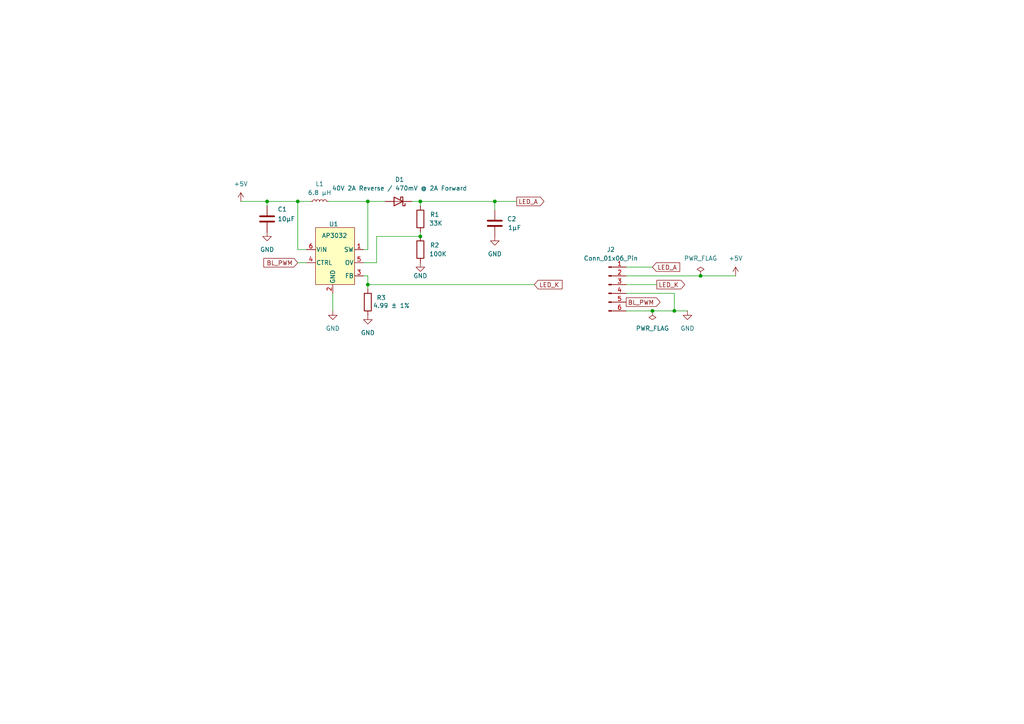
<source format=kicad_sch>
(kicad_sch (version 20250114) (generator "eeschema") (generator_version "9.0")
  (paper "A4")
  (title_block (title "Backlight Driver Circuit") (date "2025-11-12") (rev "1.0") (comment 1 "Jesse Osteen"))
  (lib_symbols
    (symbol "Connector:Conn_01x06_Pin" (pin_names (offset 1.016) (hide yes))
      (property "Reference" "J" (at 0 7.62 0))
      (property "Value" "Conn_01x06_Pin" (at 0 -10.16 0))
      (symbol "Conn_01x06_Pin_1_1"
        (rectangle (start 0.8636 5.207) (end 0 4.953) (stroke (width 0.1524)) (fill (type outline)))
        (rectangle (start 0.8636 2.667) (end 0 2.413) (stroke (width 0.1524)) (fill (type outline)))
        (rectangle (start 0.8636 0.127) (end 0 -0.127) (stroke (width 0.1524)) (fill (type outline)))
        (rectangle (start 0.8636 -2.413) (end 0 -2.667) (stroke (width 0.1524)) (fill (type outline)))
        (rectangle (start 0.8636 -4.953) (end 0 -5.207) (stroke (width 0.1524)) (fill (type outline)))
        (rectangle (start 0.8636 -7.493) (end 0 -7.747) (stroke (width 0.1524)) (fill (type outline)))
        (polyline (pts (xy 1.27 5.08) (xy 0.8636 5.08)) (stroke (width 0.1524)))
        (polyline (pts (xy 1.27 2.54) (xy 0.8636 2.54)) (stroke (width 0.1524)))
        (polyline (pts (xy 1.27 0) (xy 0.8636 0)) (stroke (width 0.1524)))
        (polyline (pts (xy 1.27 -2.54) (xy 0.8636 -2.54)) (stroke (width 0.1524)))
        (polyline (pts (xy 1.27 -5.08) (xy 0.8636 -5.08)) (stroke (width 0.1524)))
        (polyline (pts (xy 1.27 -7.62) (xy 0.8636 -7.62)) (stroke (width 0.1524)))
        (pin passive line (at 5.08 5.08 180) (length 3.81) (name "Pin_1") (number "1"))
        (pin passive line (at 5.08 2.54 180) (length 3.81) (name "Pin_2") (number "2"))
        (pin passive line (at 5.08 0 180) (length 3.81) (name "Pin_3") (number "3"))
        (pin passive line (at 5.08 -2.54 180) (length 3.81) (name "Pin_4") (number "4"))
        (pin passive line (at 5.08 -5.08 180) (length 3.81) (name "Pin_5") (number "5"))
        (pin passive line (at 5.08 -7.62 180) (length 3.81) (name "Pin_6") (number "6"))
      )
    )
    (symbol "Device:C" (pin_numbers (hide yes)) (pin_names (offset 0.254))
      (property "Reference" "C" (at 0.635 2.54 0))
      (property "Value" "C" (at 0.635 -2.54 0))
      (symbol "C_0_1"
        (polyline (pts (xy -2.032 0.762) (xy 2.032 0.762)) (stroke (width 0.508)))
        (polyline (pts (xy -2.032 -0.762) (xy 2.032 -0.762)) (stroke (width 0.508)))
      )
      (symbol "C_1_1"
        (pin passive line (at 0 3.81 270) (length 2.794) (name "~") (number "1"))
        (pin passive line (at 0 -3.81 90) (length 2.794) (name "~") (number "2"))
      )
    )
    (symbol "Device:D_Schottky" (pin_numbers (hide yes)) (pin_names (offset 1.016) (hide yes))
      (property "Reference" "D" (at 0 2.54 0))
      (property "Value" "D_Schottky" (at 0 -2.54 0))
      (symbol "D_Schottky_0_1"
        (polyline (pts (xy -1.905 0.635) (xy -1.905 1.27) (xy -1.27 1.27) (xy -1.27 -1.27) (xy -0.635 -1.27) (xy -0.635 -0.635)) (stroke (width 0.254)))
        (polyline (pts (xy 1.27 1.27) (xy 1.27 -1.27) (xy -1.27 0) (xy 1.27 1.27)) (stroke (width 0.254)))
        (polyline (pts (xy 1.27 0) (xy -1.27 0)))
      )
      (symbol "D_Schottky_1_1"
        (pin passive line (at -3.81 0 0) (length 2.54) (name "K") (number "1"))
        (pin passive line (at 3.81 0 180) (length 2.54) (name "A") (number "2"))
      )
    )
    (symbol "Device:L_Small" (pin_numbers (hide yes)) (pin_names (offset 0.254) (hide yes))
      (property "Reference" "L" (at 0.762 1.016 0))
      (property "Value" "L_Small" (at 0.762 -1.016 0))
      (symbol "L_Small_0_1"
        (arc (start 0 2.032) (mid 0.5058 1.524) (end 0 1.016))
        (arc (start 0 1.016) (mid 0.5058 0.508) (end 0 0))
        (arc (start 0 0) (mid 0.5058 -0.508) (end 0 -1.016))
        (arc (start 0 -1.016) (mid 0.5058 -1.524) (end 0 -2.032))
      )
      (symbol "L_Small_1_1"
        (pin passive line (at 0 2.54 270) (length 0.508) (name "~") (number "1"))
        (pin passive line (at 0 -2.54 90) (length 0.508) (name "~") (number "2"))
      )
    )
    (symbol "Device:R" (pin_numbers (hide yes)) (pin_names (offset 0))
      (property "Reference" "R" (at 2.032 0 90))
      (property "Value" "R" (at 0 0 90))
      (symbol "R_0_1"
        (rectangle (start -1.016 -2.54) (end 1.016 2.54) (stroke (width 0.254)))
      )
      (symbol "R_1_1"
        (pin passive line (at 0 3.81 270) (length 1.27) (name "~") (number "1"))
        (pin passive line (at 0 -3.81 90) (length 1.27) (name "~") (number "2"))
      )
    )
    (symbol "FS_4_Global_Symbol_Library:AP3032" (pin_names (offset 0.254))
      (property "Reference" "U" (at -0.762 8.636 0))
      (property "Value" "AP3032" (at 0.254 4.318 0))
      (property "Footprint" "Package_TO_SOT_SMD:SOT-23-6" (at 0 -8.89 0))
      (symbol "AP3032_1_1"
        (rectangle (start -5 7.62) (end 6.35 -8.89) (stroke (width 0.15)) (fill (type background)))
        (pin passive line (at -7.62 1.27 0) (length 2.54) (name "VIN") (number "6"))
        (pin input line (at -7.62 -2.54 0) (length 2.54) (name "CTRL") (number "4"))
        (pin passive line (at 0 -11.43 90) (length 2.54) (name "GND") (number "2"))
        (pin passive line (at 8.89 1.27 180) (length 2.54) (name "SW") (number "1"))
        (pin passive line (at 8.89 -2.54 180) (length 2.54) (name "OV") (number "5"))
        (pin passive line (at 8.89 -6.35 180) (length 2.54) (name "FB") (number "3"))
      )
    )
    (symbol "power:+5V" (power) (pin_numbers (hide yes)) (pin_names (offset 0) (hide yes))
      (property "Value" "+5V" (at 0 3.556 0))
      (symbol "+5V_0_1"
        (polyline (pts (xy -0.762 1.27) (xy 0 2.54)))
        (polyline (pts (xy 0 2.54) (xy 0.762 1.27)))
        (polyline (pts (xy 0 0) (xy 0 2.54)))
      )
      (symbol "+5V_1_1"
        (pin power_in line (at 0 0 90) (length 0) (name "~") (number "1"))
      )
    )
    (symbol "power:GND" (power) (pin_numbers (hide yes)) (pin_names (offset 0) (hide yes))
      (property "Value" "GND" (at 0 -3.81 0))
      (symbol "GND_0_1"
        (polyline (pts (xy 0 0) (xy 0 -1.27) (xy 1.27 -1.27) (xy 0 -2.54) (xy -1.27 -1.27) (xy 0 -1.27)))
      )
      (symbol "GND_1_1"
        (pin power_in line (at 0 0 270) (length 0) (name "~") (number "1"))
      )
    )
    (symbol "power:PWR_FLAG" (power) (pin_numbers (hide yes)) (pin_names (offset 0) (hide yes))
      (property "Value" "PWR_FLAG" (at 0 3.81 0))
      (symbol "PWR_FLAG_0_0"
        (pin power_out line (at 0 0 90) (length 0) (name "~") (number "1"))
      )
      (symbol "PWR_FLAG_0_1"
        (polyline (pts (xy 0 0) (xy 0 1.27) (xy -1.016 1.905) (xy 0 2.54) (xy 1.016 1.905) (xy 0 1.27)))
      )
    )
  )
  (junction (at 189.23 90.17))
  (junction (at 121.92 58.42))
  (junction (at 121.92 68.58))
  (junction (at 86.36 58.42))
  (junction (at 203.2 80.01))
  (junction (at 106.68 58.42))
  (junction (at 143.51 58.42))
  (junction (at 77.47 58.42))
  (junction (at 195.58 90.17))
  (junction (at 106.68 82.55))
  (wire (pts (xy 181.61 85.09) (xy 195.58 85.09)))
  (wire (pts (xy 181.61 82.55) (xy 190.5 82.55)))
  (wire (pts (xy 109.22 68.58) (xy 109.22 76.2)))
  (wire (pts (xy 121.92 58.42) (xy 143.51 58.42)))
  (wire (pts (xy 105.41 76.2) (xy 109.22 76.2)))
  (wire (pts (xy 109.22 68.58) (xy 121.92 68.58)))
  (wire (pts (xy 121.92 58.42) (xy 121.92 59.69)))
  (wire (pts (xy 86.36 58.42) (xy 86.36 72.39)))
  (wire (pts (xy 95.25 58.42) (xy 106.68 58.42)))
  (wire (pts (xy 195.58 85.09) (xy 195.58 90.17)))
  (wire (pts (xy 181.61 77.47) (xy 189.23 77.47)))
  (wire (pts (xy 86.36 72.39) (xy 88.9 72.39)))
  (wire (pts (xy 121.92 67.31) (xy 121.92 68.58)))
  (wire (pts (xy 105.41 80.01) (xy 106.68 80.01)))
  (wire (pts (xy 96.52 85.09) (xy 96.52 90.17)))
  (wire (pts (xy 203.2 80.01) (xy 213.36 80.01)))
  (wire (pts (xy 189.23 90.17) (xy 195.58 90.17)))
  (wire (pts (xy 77.47 58.42) (xy 86.36 58.42)))
  (wire (pts (xy 181.61 80.01) (xy 203.2 80.01)))
  (wire (pts (xy 106.68 72.39) (xy 106.68 58.42)))
  (wire (pts (xy 86.36 58.42) (xy 90.17 58.42)))
  (wire (pts (xy 143.51 58.42) (xy 149.86 58.42)))
  (wire (pts (xy 106.68 82.55) (xy 154.94 82.55)))
  (wire (pts (xy 143.51 58.42) (xy 143.51 60.96)))
  (wire (pts (xy 106.68 72.39) (xy 105.41 72.39)))
  (wire (pts (xy 119.38 58.42) (xy 121.92 58.42)))
  (wire (pts (xy 86.36 76.2) (xy 88.9 76.2)))
  (wire (pts (xy 77.47 58.42) (xy 77.47 59.69)))
  (wire (pts (xy 106.68 58.42) (xy 111.76 58.42)))
  (wire (pts (xy 106.68 80.01) (xy 106.68 82.55)))
  (wire (pts (xy 106.68 82.55) (xy 106.68 83.82)))
  (wire (pts (xy 69.85 58.42) (xy 77.47 58.42)))
  (wire (pts (xy 195.58 90.17) (xy 199.39 90.17)))
  (wire (pts (xy 181.61 90.17) (xy 189.23 90.17)))
  (global_label "LED_K" (shape input) (at 154.94 82.55 0) (property "Intersheetrefs" "${INTERSHEET_REFS}" (effects (hide yes))))
  (global_label "BL_PWM" (shape input) (at 86.36 76.2 180) (property "Intersheetrefs" "${INTERSHEET_REFS}" (effects (hide yes))))
  (global_label "LED_A" (shape input) (at 189.23 77.47 0) (property "Intersheetrefs" "${INTERSHEET_REFS}" (effects (hide yes))))
  (global_label "LED_A" (shape output) (at 149.86 58.42 0) (property "Intersheetrefs" "${INTERSHEET_REFS}" (effects (hide yes))))
  (global_label "LED_K" (shape output) (at 190.5 82.55 0) (property "Intersheetrefs" "${INTERSHEET_REFS}" (effects (hide yes))))
  (global_label "BL_PWM" (shape output) (at 181.61 87.63 0) (property "Intersheetrefs" "${INTERSHEET_REFS}" (effects (hide yes))))
  (symbol (lib_id "power:GND") (at 77.47 67.31 0) (unit 1)
    (property "Reference" "#PWR05" (effects (hide yes)))
    (property "Value" "GND" (at 77.47 72.39 0))
    (property "Description" "Power symbol creates a global label with name \"GND\" , ground" (effects (hide yes)))
  )
  (symbol (lib_id "power:GND") (at 143.51 68.58 0) (unit 1)
    (property "Reference" "#PWR06" (effects (hide yes)))
    (property "Value" "GND" (at 143.51 73.66 0))
    (property "Description" "Power symbol creates a global label with name \"GND\" , ground" (effects (hide yes)))
  )
  (symbol (lib_id "power:PWR_FLAG") (at 189.23 90.17 180) (unit 1)
    (property "Reference" "#FLG02" (effects (hide yes)))
    (property "Value" "PWR_FLAG" (at 189.23 95.25 0))
    (property "Description" "Special symbol for telling ERC where power comes from" (effects (hide yes)))
  )
  (symbol (lib_id "Device:D_Schottky") (at 115.57 58.42 180) (unit 1)
    (property "Reference" "D1" (at 115.8875 52.07 0))
    (property "Value" "40V 2A Reverse / 470mV @ 2A Forward" (at 115.8875 54.61 0))
    (property "Footprint" "FS_4_Global_Footprint_Library:US2H_TOS" (effects (hide yes)))
    (property "Description" "Schottky diode" (effects (hide yes)))
  )
  (symbol (lib_id "Device:C") (at 143.51 64.77 180) (unit 1)
    (property "Reference" "C2" (at 147.066 63.5 0) (effects (justify right)))
    (property "Value" "1µF" (at 147.32 66.0399 0) (effects (justify right)))
    (property "Footprint" "Capacitor_SMD:C_0805_2012Metric_Pad1.18x1.45mm_HandSolder" (effects (hide yes)))
    (property "Description" "Unpolarized capacitor" (effects (hide yes)))
  )
  (symbol (lib_id "power:PWR_FLAG") (at 203.2 80.01 0) (unit 1)
    (property "Reference" "#FLG01" (effects (hide yes)))
    (property "Value" "PWR_FLAG" (at 203.2 74.93 0))
    (property "Description" "Special symbol for telling ERC where power comes from" (effects (hide yes)))
  )
  (symbol (lib_id "Device:R") (at 106.68 87.63 0) (unit 1)
    (property "Reference" "R3" (at 109.22 86.3599 0) (effects (justify left)))
    (property "Value" "4.99 ± 1%" (at 108.204 88.646 0) (effects (justify left)))
    (property "Footprint" "Resistor_SMD:R_0805_2012Metric" (effects (hide yes)))
    (property "Description" "Resistor" (effects (hide yes)))
  )
  (symbol (lib_id "power:GND") (at 199.39 90.17 0) (unit 1)
    (property "Reference" "#PWR07" (effects (hide yes)))
    (property "Value" "GND" (at 199.39 95.25 0))
    (property "Description" "Power symbol creates a global label with name \"GND\" , ground" (effects (hide yes)))
  )
  (symbol (lib_id "power:+5V") (at 69.85 58.42 0) (unit 1)
    (property "Reference" "#PWR01" (effects (hide yes)))
    (property "Value" "+5V" (at 69.85 53.34 0))
    (property "Description" "Power symbol creates a global label with name \"+5V\"" (effects (hide yes)))
  )
  (symbol (lib_id "power:GND") (at 121.92 76.2 0) (unit 1)
    (property "Reference" "#PWR04" (effects (hide yes)))
    (property "Value" "GND" (at 121.92 80.01 0))
    (property "Description" "Power symbol creates a global label with name \"GND\" , ground" (effects (hide yes)))
  )
  (symbol (lib_id "power:GND") (at 96.52 90.17 0) (unit 1)
    (property "Reference" "#PWR02" (effects (hide yes)))
    (property "Value" "GND" (at 96.52 95.25 0))
    (property "Description" "Power symbol creates a global label with name \"GND\" , ground" (effects (hide yes)))
  )
  (symbol (lib_id "Device:C") (at 77.47 63.5 180) (unit 1)
    (property "Reference" "C1" (at 80.518 60.706 0) (effects (justify right)))
    (property "Value" "10µF" (at 80.518 63.5 0) (effects (justify right)))
    (property "Footprint" "Capacitor_SMD:C_0805_2012Metric_Pad1.18x1.45mm_HandSolder" (effects (hide yes)))
    (property "Description" "Unpolarized capacitor" (effects (hide yes)))
  )
  (symbol (lib_id "Device:R") (at 121.92 63.5 180) (unit 1)
    (property "Reference" "R1" (at 124.714 62.23 0) (effects (justify right)))
    (property "Value" "33K" (at 124.46 64.7699 0) (effects (justify right)))
    (property "Footprint" "Resistor_THT:R_Axial_DIN0207_L6.3mm_D2.5mm_P7.62mm_Horizontal" (effects (hide yes)))
    (property "Description" "Resistor" (effects (hide yes)))
  )
  (symbol (lib_id "power:GND") (at 106.68 91.44 0) (unit 1)
    (property "Reference" "#PWR03" (effects (hide yes)))
    (property "Value" "GND" (at 106.68 96.52 0))
    (property "Description" "Power symbol creates a global label with name \"GND\" , ground" (effects (hide yes)))
  )
  (symbol (lib_id "Device:L_Small") (at 92.71 58.42 90) (unit 1)
    (property "Reference" "L1" (at 92.71 53.34 90))
    (property "Value" "6.8 µH" (at 92.71 55.88 90))
    (property "Footprint" "Inductor_SMD:L_TDK_SLF7045" (effects (hide yes)))
    (property "Description" "Inductor, small symbol" (effects (hide yes)))
  )
  (symbol (lib_id "FS_4_Global_Symbol_Library:AP3032") (at 96.52 73.66 0) (unit 1)
    (property "Reference" "U1" (at 96.774 65.024 0))
    (property "Value" "AP3032" (at 97.028 68.326 0))
    (property "Footprint" "Package_TO_SOT_SMD:SOT-23-6" (effects (hide yes)))
  )
  (symbol (lib_id "Connector:Conn_01x06_Pin") (at 176.53 82.55 0) (unit 1)
    (property "Reference" "J2" (at 177.165 72.39 0))
    (property "Value" "Conn_01x06_Pin" (at 177.165 74.93 0))
    (property "Footprint" "Connector_PinHeader_2.54mm:PinHeader_2x03_P2.54mm_Vertical" (effects (hide yes)))
    (property "Description" "Generic connector, single row, 01x06, script generated" (effects (hide yes)))
  )
  (symbol (lib_id "Device:R") (at 121.92 72.39 180) (unit 1)
    (property "Reference" "R2" (at 124.714 71.12 0) (effects (justify right)))
    (property "Value" "100K" (at 124.46 73.6599 0) (effects (justify right)))
    (property "Footprint" "Resistor_THT:R_Axial_DIN0207_L6.3mm_D2.5mm_P7.62mm_Horizontal" (effects (hide yes)))
    (property "Description" "Resistor" (effects (hide yes)))
  )
  (symbol (lib_id "power:+5V") (at 213.36 80.01 0) (unit 1)
    (property "Reference" "#PWR08" (effects (hide yes)))
    (property "Value" "+5V" (at 213.36 74.93 0))
    (property "Description" "Power symbol creates a global label with name \"+5V\"" (effects (hide yes)))
  )
)
</source>
